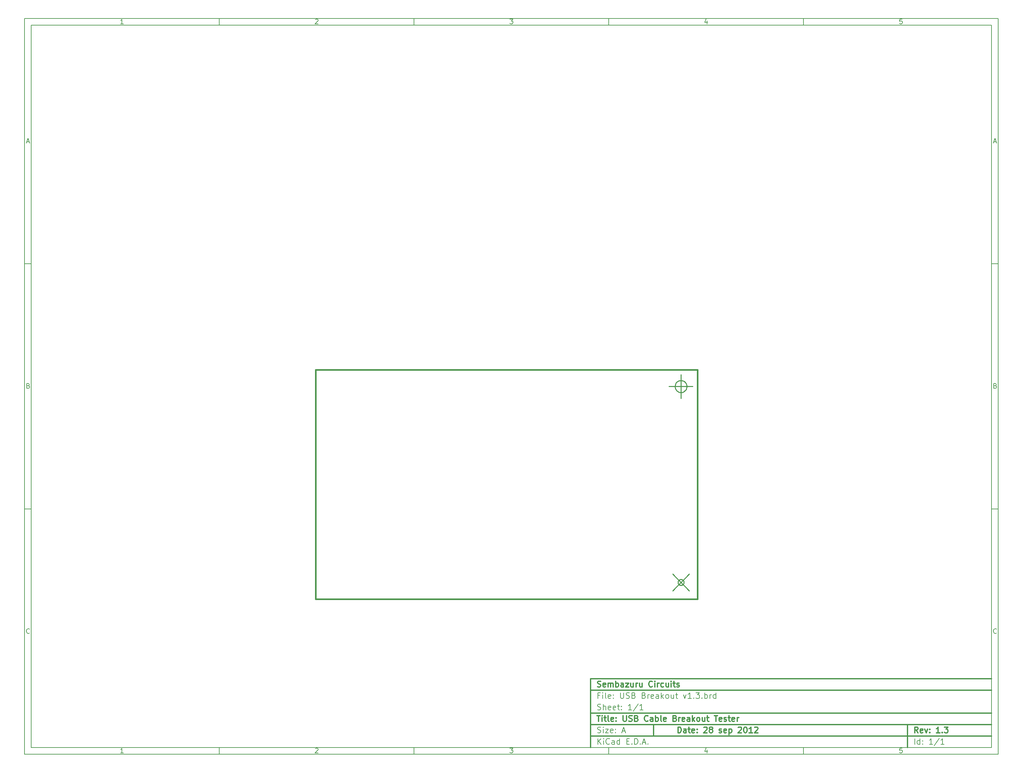
<source format=gbr>
G04 (created by PCBNEW-RS274X (2012-01-19 BZR 3256)-stable) date 28/09/2012 17:59:23*
G01*
G70*
G90*
%MOIN*%
G04 Gerber Fmt 3.4, Leading zero omitted, Abs format*
%FSLAX34Y34*%
G04 APERTURE LIST*
%ADD10C,0.006000*%
%ADD11C,0.012000*%
%ADD12C,0.010000*%
%ADD13C,0.015000*%
G04 APERTURE END LIST*
G54D10*
X-30500Y36750D02*
X71500Y36750D01*
X71500Y-40250D01*
X-30500Y-40250D01*
X-30500Y36750D01*
X-29800Y36050D02*
X70800Y36050D01*
X70800Y-39550D01*
X-29800Y-39550D01*
X-29800Y36050D01*
X-10100Y36750D02*
X-10100Y36050D01*
X-20157Y36198D02*
X-20443Y36198D01*
X-20300Y36198D02*
X-20300Y36698D01*
X-20348Y36626D01*
X-20395Y36579D01*
X-20443Y36555D01*
X-10100Y-40250D02*
X-10100Y-39550D01*
X-20157Y-40102D02*
X-20443Y-40102D01*
X-20300Y-40102D02*
X-20300Y-39602D01*
X-20348Y-39674D01*
X-20395Y-39721D01*
X-20443Y-39745D01*
X10300Y36750D02*
X10300Y36050D01*
X-00043Y36650D02*
X-00019Y36674D01*
X00029Y36698D01*
X00148Y36698D01*
X00195Y36674D01*
X00219Y36650D01*
X00243Y36602D01*
X00243Y36555D01*
X00219Y36483D01*
X-00067Y36198D01*
X00243Y36198D01*
X10300Y-40250D02*
X10300Y-39550D01*
X-00043Y-39650D02*
X-00019Y-39626D01*
X00029Y-39602D01*
X00148Y-39602D01*
X00195Y-39626D01*
X00219Y-39650D01*
X00243Y-39698D01*
X00243Y-39745D01*
X00219Y-39817D01*
X-00067Y-40102D01*
X00243Y-40102D01*
X30700Y36750D02*
X30700Y36050D01*
X20333Y36698D02*
X20643Y36698D01*
X20476Y36507D01*
X20548Y36507D01*
X20595Y36483D01*
X20619Y36460D01*
X20643Y36412D01*
X20643Y36293D01*
X20619Y36245D01*
X20595Y36221D01*
X20548Y36198D01*
X20405Y36198D01*
X20357Y36221D01*
X20333Y36245D01*
X30700Y-40250D02*
X30700Y-39550D01*
X20333Y-39602D02*
X20643Y-39602D01*
X20476Y-39793D01*
X20548Y-39793D01*
X20595Y-39817D01*
X20619Y-39840D01*
X20643Y-39888D01*
X20643Y-40007D01*
X20619Y-40055D01*
X20595Y-40079D01*
X20548Y-40102D01*
X20405Y-40102D01*
X20357Y-40079D01*
X20333Y-40055D01*
X51100Y36750D02*
X51100Y36050D01*
X40995Y36531D02*
X40995Y36198D01*
X40876Y36721D02*
X40757Y36364D01*
X41067Y36364D01*
X51100Y-40250D02*
X51100Y-39550D01*
X40995Y-39769D02*
X40995Y-40102D01*
X40876Y-39579D02*
X40757Y-39936D01*
X41067Y-39936D01*
X61419Y36698D02*
X61181Y36698D01*
X61157Y36460D01*
X61181Y36483D01*
X61229Y36507D01*
X61348Y36507D01*
X61395Y36483D01*
X61419Y36460D01*
X61443Y36412D01*
X61443Y36293D01*
X61419Y36245D01*
X61395Y36221D01*
X61348Y36198D01*
X61229Y36198D01*
X61181Y36221D01*
X61157Y36245D01*
X61419Y-39602D02*
X61181Y-39602D01*
X61157Y-39840D01*
X61181Y-39817D01*
X61229Y-39793D01*
X61348Y-39793D01*
X61395Y-39817D01*
X61419Y-39840D01*
X61443Y-39888D01*
X61443Y-40007D01*
X61419Y-40055D01*
X61395Y-40079D01*
X61348Y-40102D01*
X61229Y-40102D01*
X61181Y-40079D01*
X61157Y-40055D01*
X-30500Y11090D02*
X-29800Y11090D01*
X-30269Y23860D02*
X-30031Y23860D01*
X-30316Y23718D02*
X-30150Y24218D01*
X-29983Y23718D01*
X71500Y11090D02*
X70800Y11090D01*
X71031Y23860D02*
X71269Y23860D01*
X70984Y23718D02*
X71150Y24218D01*
X71317Y23718D01*
X-30500Y-14570D02*
X-29800Y-14570D01*
X-30114Y-01680D02*
X-30043Y-01704D01*
X-30019Y-01728D01*
X-29995Y-01776D01*
X-29995Y-01847D01*
X-30019Y-01895D01*
X-30043Y-01919D01*
X-30090Y-01942D01*
X-30281Y-01942D01*
X-30281Y-01442D01*
X-30114Y-01442D01*
X-30067Y-01466D01*
X-30043Y-01490D01*
X-30019Y-01538D01*
X-30019Y-01585D01*
X-30043Y-01633D01*
X-30067Y-01657D01*
X-30114Y-01680D01*
X-30281Y-01680D01*
X71500Y-14570D02*
X70800Y-14570D01*
X71186Y-01680D02*
X71257Y-01704D01*
X71281Y-01728D01*
X71305Y-01776D01*
X71305Y-01847D01*
X71281Y-01895D01*
X71257Y-01919D01*
X71210Y-01942D01*
X71019Y-01942D01*
X71019Y-01442D01*
X71186Y-01442D01*
X71233Y-01466D01*
X71257Y-01490D01*
X71281Y-01538D01*
X71281Y-01585D01*
X71257Y-01633D01*
X71233Y-01657D01*
X71186Y-01680D01*
X71019Y-01680D01*
X-29995Y-27555D02*
X-30019Y-27579D01*
X-30090Y-27602D01*
X-30138Y-27602D01*
X-30210Y-27579D01*
X-30257Y-27531D01*
X-30281Y-27483D01*
X-30305Y-27388D01*
X-30305Y-27317D01*
X-30281Y-27221D01*
X-30257Y-27174D01*
X-30210Y-27126D01*
X-30138Y-27102D01*
X-30090Y-27102D01*
X-30019Y-27126D01*
X-29995Y-27150D01*
X71305Y-27555D02*
X71281Y-27579D01*
X71210Y-27602D01*
X71162Y-27602D01*
X71090Y-27579D01*
X71043Y-27531D01*
X71019Y-27483D01*
X70995Y-27388D01*
X70995Y-27317D01*
X71019Y-27221D01*
X71043Y-27174D01*
X71090Y-27126D01*
X71162Y-27102D01*
X71210Y-27102D01*
X71281Y-27126D01*
X71305Y-27150D01*
G54D11*
X37943Y-37993D02*
X37943Y-37393D01*
X38086Y-37393D01*
X38171Y-37421D01*
X38229Y-37479D01*
X38257Y-37536D01*
X38286Y-37650D01*
X38286Y-37736D01*
X38257Y-37850D01*
X38229Y-37907D01*
X38171Y-37964D01*
X38086Y-37993D01*
X37943Y-37993D01*
X38800Y-37993D02*
X38800Y-37679D01*
X38771Y-37621D01*
X38714Y-37593D01*
X38600Y-37593D01*
X38543Y-37621D01*
X38800Y-37964D02*
X38743Y-37993D01*
X38600Y-37993D01*
X38543Y-37964D01*
X38514Y-37907D01*
X38514Y-37850D01*
X38543Y-37793D01*
X38600Y-37764D01*
X38743Y-37764D01*
X38800Y-37736D01*
X39000Y-37593D02*
X39229Y-37593D01*
X39086Y-37393D02*
X39086Y-37907D01*
X39114Y-37964D01*
X39172Y-37993D01*
X39229Y-37993D01*
X39657Y-37964D02*
X39600Y-37993D01*
X39486Y-37993D01*
X39429Y-37964D01*
X39400Y-37907D01*
X39400Y-37679D01*
X39429Y-37621D01*
X39486Y-37593D01*
X39600Y-37593D01*
X39657Y-37621D01*
X39686Y-37679D01*
X39686Y-37736D01*
X39400Y-37793D01*
X39943Y-37936D02*
X39971Y-37964D01*
X39943Y-37993D01*
X39914Y-37964D01*
X39943Y-37936D01*
X39943Y-37993D01*
X39943Y-37621D02*
X39971Y-37650D01*
X39943Y-37679D01*
X39914Y-37650D01*
X39943Y-37621D01*
X39943Y-37679D01*
X40657Y-37450D02*
X40686Y-37421D01*
X40743Y-37393D01*
X40886Y-37393D01*
X40943Y-37421D01*
X40972Y-37450D01*
X41000Y-37507D01*
X41000Y-37564D01*
X40972Y-37650D01*
X40629Y-37993D01*
X41000Y-37993D01*
X41343Y-37650D02*
X41285Y-37621D01*
X41257Y-37593D01*
X41228Y-37536D01*
X41228Y-37507D01*
X41257Y-37450D01*
X41285Y-37421D01*
X41343Y-37393D01*
X41457Y-37393D01*
X41514Y-37421D01*
X41543Y-37450D01*
X41571Y-37507D01*
X41571Y-37536D01*
X41543Y-37593D01*
X41514Y-37621D01*
X41457Y-37650D01*
X41343Y-37650D01*
X41285Y-37679D01*
X41257Y-37707D01*
X41228Y-37764D01*
X41228Y-37879D01*
X41257Y-37936D01*
X41285Y-37964D01*
X41343Y-37993D01*
X41457Y-37993D01*
X41514Y-37964D01*
X41543Y-37936D01*
X41571Y-37879D01*
X41571Y-37764D01*
X41543Y-37707D01*
X41514Y-37679D01*
X41457Y-37650D01*
X42256Y-37964D02*
X42313Y-37993D01*
X42428Y-37993D01*
X42485Y-37964D01*
X42513Y-37907D01*
X42513Y-37879D01*
X42485Y-37821D01*
X42428Y-37793D01*
X42342Y-37793D01*
X42285Y-37764D01*
X42256Y-37707D01*
X42256Y-37679D01*
X42285Y-37621D01*
X42342Y-37593D01*
X42428Y-37593D01*
X42485Y-37621D01*
X42999Y-37964D02*
X42942Y-37993D01*
X42828Y-37993D01*
X42771Y-37964D01*
X42742Y-37907D01*
X42742Y-37679D01*
X42771Y-37621D01*
X42828Y-37593D01*
X42942Y-37593D01*
X42999Y-37621D01*
X43028Y-37679D01*
X43028Y-37736D01*
X42742Y-37793D01*
X43285Y-37593D02*
X43285Y-38193D01*
X43285Y-37621D02*
X43342Y-37593D01*
X43456Y-37593D01*
X43513Y-37621D01*
X43542Y-37650D01*
X43571Y-37707D01*
X43571Y-37879D01*
X43542Y-37936D01*
X43513Y-37964D01*
X43456Y-37993D01*
X43342Y-37993D01*
X43285Y-37964D01*
X44256Y-37450D02*
X44285Y-37421D01*
X44342Y-37393D01*
X44485Y-37393D01*
X44542Y-37421D01*
X44571Y-37450D01*
X44599Y-37507D01*
X44599Y-37564D01*
X44571Y-37650D01*
X44228Y-37993D01*
X44599Y-37993D01*
X44970Y-37393D02*
X45027Y-37393D01*
X45084Y-37421D01*
X45113Y-37450D01*
X45142Y-37507D01*
X45170Y-37621D01*
X45170Y-37764D01*
X45142Y-37879D01*
X45113Y-37936D01*
X45084Y-37964D01*
X45027Y-37993D01*
X44970Y-37993D01*
X44913Y-37964D01*
X44884Y-37936D01*
X44856Y-37879D01*
X44827Y-37764D01*
X44827Y-37621D01*
X44856Y-37507D01*
X44884Y-37450D01*
X44913Y-37421D01*
X44970Y-37393D01*
X45741Y-37993D02*
X45398Y-37993D01*
X45570Y-37993D02*
X45570Y-37393D01*
X45513Y-37479D01*
X45455Y-37536D01*
X45398Y-37564D01*
X45969Y-37450D02*
X45998Y-37421D01*
X46055Y-37393D01*
X46198Y-37393D01*
X46255Y-37421D01*
X46284Y-37450D01*
X46312Y-37507D01*
X46312Y-37564D01*
X46284Y-37650D01*
X45941Y-37993D01*
X46312Y-37993D01*
G54D10*
X29543Y-39193D02*
X29543Y-38593D01*
X29886Y-39193D02*
X29629Y-38850D01*
X29886Y-38593D02*
X29543Y-38936D01*
X30143Y-39193D02*
X30143Y-38793D01*
X30143Y-38593D02*
X30114Y-38621D01*
X30143Y-38650D01*
X30171Y-38621D01*
X30143Y-38593D01*
X30143Y-38650D01*
X30772Y-39136D02*
X30743Y-39164D01*
X30657Y-39193D01*
X30600Y-39193D01*
X30515Y-39164D01*
X30457Y-39107D01*
X30429Y-39050D01*
X30400Y-38936D01*
X30400Y-38850D01*
X30429Y-38736D01*
X30457Y-38679D01*
X30515Y-38621D01*
X30600Y-38593D01*
X30657Y-38593D01*
X30743Y-38621D01*
X30772Y-38650D01*
X31286Y-39193D02*
X31286Y-38879D01*
X31257Y-38821D01*
X31200Y-38793D01*
X31086Y-38793D01*
X31029Y-38821D01*
X31286Y-39164D02*
X31229Y-39193D01*
X31086Y-39193D01*
X31029Y-39164D01*
X31000Y-39107D01*
X31000Y-39050D01*
X31029Y-38993D01*
X31086Y-38964D01*
X31229Y-38964D01*
X31286Y-38936D01*
X31829Y-39193D02*
X31829Y-38593D01*
X31829Y-39164D02*
X31772Y-39193D01*
X31658Y-39193D01*
X31600Y-39164D01*
X31572Y-39136D01*
X31543Y-39079D01*
X31543Y-38907D01*
X31572Y-38850D01*
X31600Y-38821D01*
X31658Y-38793D01*
X31772Y-38793D01*
X31829Y-38821D01*
X32572Y-38879D02*
X32772Y-38879D01*
X32858Y-39193D02*
X32572Y-39193D01*
X32572Y-38593D01*
X32858Y-38593D01*
X33115Y-39136D02*
X33143Y-39164D01*
X33115Y-39193D01*
X33086Y-39164D01*
X33115Y-39136D01*
X33115Y-39193D01*
X33401Y-39193D02*
X33401Y-38593D01*
X33544Y-38593D01*
X33629Y-38621D01*
X33687Y-38679D01*
X33715Y-38736D01*
X33744Y-38850D01*
X33744Y-38936D01*
X33715Y-39050D01*
X33687Y-39107D01*
X33629Y-39164D01*
X33544Y-39193D01*
X33401Y-39193D01*
X34001Y-39136D02*
X34029Y-39164D01*
X34001Y-39193D01*
X33972Y-39164D01*
X34001Y-39136D01*
X34001Y-39193D01*
X34258Y-39021D02*
X34544Y-39021D01*
X34201Y-39193D02*
X34401Y-38593D01*
X34601Y-39193D01*
X34801Y-39136D02*
X34829Y-39164D01*
X34801Y-39193D01*
X34772Y-39164D01*
X34801Y-39136D01*
X34801Y-39193D01*
G54D11*
X63086Y-37993D02*
X62886Y-37707D01*
X62743Y-37993D02*
X62743Y-37393D01*
X62971Y-37393D01*
X63029Y-37421D01*
X63057Y-37450D01*
X63086Y-37507D01*
X63086Y-37593D01*
X63057Y-37650D01*
X63029Y-37679D01*
X62971Y-37707D01*
X62743Y-37707D01*
X63571Y-37964D02*
X63514Y-37993D01*
X63400Y-37993D01*
X63343Y-37964D01*
X63314Y-37907D01*
X63314Y-37679D01*
X63343Y-37621D01*
X63400Y-37593D01*
X63514Y-37593D01*
X63571Y-37621D01*
X63600Y-37679D01*
X63600Y-37736D01*
X63314Y-37793D01*
X63800Y-37593D02*
X63943Y-37993D01*
X64085Y-37593D01*
X64314Y-37936D02*
X64342Y-37964D01*
X64314Y-37993D01*
X64285Y-37964D01*
X64314Y-37936D01*
X64314Y-37993D01*
X64314Y-37621D02*
X64342Y-37650D01*
X64314Y-37679D01*
X64285Y-37650D01*
X64314Y-37621D01*
X64314Y-37679D01*
X65371Y-37993D02*
X65028Y-37993D01*
X65200Y-37993D02*
X65200Y-37393D01*
X65143Y-37479D01*
X65085Y-37536D01*
X65028Y-37564D01*
X65628Y-37936D02*
X65656Y-37964D01*
X65628Y-37993D01*
X65599Y-37964D01*
X65628Y-37936D01*
X65628Y-37993D01*
X65857Y-37393D02*
X66228Y-37393D01*
X66028Y-37621D01*
X66114Y-37621D01*
X66171Y-37650D01*
X66200Y-37679D01*
X66228Y-37736D01*
X66228Y-37879D01*
X66200Y-37936D01*
X66171Y-37964D01*
X66114Y-37993D01*
X65942Y-37993D01*
X65885Y-37964D01*
X65857Y-37936D01*
G54D10*
X29514Y-37964D02*
X29600Y-37993D01*
X29743Y-37993D01*
X29800Y-37964D01*
X29829Y-37936D01*
X29857Y-37879D01*
X29857Y-37821D01*
X29829Y-37764D01*
X29800Y-37736D01*
X29743Y-37707D01*
X29629Y-37679D01*
X29571Y-37650D01*
X29543Y-37621D01*
X29514Y-37564D01*
X29514Y-37507D01*
X29543Y-37450D01*
X29571Y-37421D01*
X29629Y-37393D01*
X29771Y-37393D01*
X29857Y-37421D01*
X30114Y-37993D02*
X30114Y-37593D01*
X30114Y-37393D02*
X30085Y-37421D01*
X30114Y-37450D01*
X30142Y-37421D01*
X30114Y-37393D01*
X30114Y-37450D01*
X30343Y-37593D02*
X30657Y-37593D01*
X30343Y-37993D01*
X30657Y-37993D01*
X31114Y-37964D02*
X31057Y-37993D01*
X30943Y-37993D01*
X30886Y-37964D01*
X30857Y-37907D01*
X30857Y-37679D01*
X30886Y-37621D01*
X30943Y-37593D01*
X31057Y-37593D01*
X31114Y-37621D01*
X31143Y-37679D01*
X31143Y-37736D01*
X30857Y-37793D01*
X31400Y-37936D02*
X31428Y-37964D01*
X31400Y-37993D01*
X31371Y-37964D01*
X31400Y-37936D01*
X31400Y-37993D01*
X31400Y-37621D02*
X31428Y-37650D01*
X31400Y-37679D01*
X31371Y-37650D01*
X31400Y-37621D01*
X31400Y-37679D01*
X32114Y-37821D02*
X32400Y-37821D01*
X32057Y-37993D02*
X32257Y-37393D01*
X32457Y-37993D01*
X62743Y-39193D02*
X62743Y-38593D01*
X63286Y-39193D02*
X63286Y-38593D01*
X63286Y-39164D02*
X63229Y-39193D01*
X63115Y-39193D01*
X63057Y-39164D01*
X63029Y-39136D01*
X63000Y-39079D01*
X63000Y-38907D01*
X63029Y-38850D01*
X63057Y-38821D01*
X63115Y-38793D01*
X63229Y-38793D01*
X63286Y-38821D01*
X63572Y-39136D02*
X63600Y-39164D01*
X63572Y-39193D01*
X63543Y-39164D01*
X63572Y-39136D01*
X63572Y-39193D01*
X63572Y-38821D02*
X63600Y-38850D01*
X63572Y-38879D01*
X63543Y-38850D01*
X63572Y-38821D01*
X63572Y-38879D01*
X64629Y-39193D02*
X64286Y-39193D01*
X64458Y-39193D02*
X64458Y-38593D01*
X64401Y-38679D01*
X64343Y-38736D01*
X64286Y-38764D01*
X65314Y-38564D02*
X64800Y-39336D01*
X65829Y-39193D02*
X65486Y-39193D01*
X65658Y-39193D02*
X65658Y-38593D01*
X65601Y-38679D01*
X65543Y-38736D01*
X65486Y-38764D01*
G54D11*
X29457Y-36193D02*
X29800Y-36193D01*
X29629Y-36793D02*
X29629Y-36193D01*
X30000Y-36793D02*
X30000Y-36393D01*
X30000Y-36193D02*
X29971Y-36221D01*
X30000Y-36250D01*
X30028Y-36221D01*
X30000Y-36193D01*
X30000Y-36250D01*
X30200Y-36393D02*
X30429Y-36393D01*
X30286Y-36193D02*
X30286Y-36707D01*
X30314Y-36764D01*
X30372Y-36793D01*
X30429Y-36793D01*
X30715Y-36793D02*
X30657Y-36764D01*
X30629Y-36707D01*
X30629Y-36193D01*
X31171Y-36764D02*
X31114Y-36793D01*
X31000Y-36793D01*
X30943Y-36764D01*
X30914Y-36707D01*
X30914Y-36479D01*
X30943Y-36421D01*
X31000Y-36393D01*
X31114Y-36393D01*
X31171Y-36421D01*
X31200Y-36479D01*
X31200Y-36536D01*
X30914Y-36593D01*
X31457Y-36736D02*
X31485Y-36764D01*
X31457Y-36793D01*
X31428Y-36764D01*
X31457Y-36736D01*
X31457Y-36793D01*
X31457Y-36421D02*
X31485Y-36450D01*
X31457Y-36479D01*
X31428Y-36450D01*
X31457Y-36421D01*
X31457Y-36479D01*
X32200Y-36193D02*
X32200Y-36679D01*
X32228Y-36736D01*
X32257Y-36764D01*
X32314Y-36793D01*
X32428Y-36793D01*
X32486Y-36764D01*
X32514Y-36736D01*
X32543Y-36679D01*
X32543Y-36193D01*
X32800Y-36764D02*
X32886Y-36793D01*
X33029Y-36793D01*
X33086Y-36764D01*
X33115Y-36736D01*
X33143Y-36679D01*
X33143Y-36621D01*
X33115Y-36564D01*
X33086Y-36536D01*
X33029Y-36507D01*
X32915Y-36479D01*
X32857Y-36450D01*
X32829Y-36421D01*
X32800Y-36364D01*
X32800Y-36307D01*
X32829Y-36250D01*
X32857Y-36221D01*
X32915Y-36193D01*
X33057Y-36193D01*
X33143Y-36221D01*
X33600Y-36479D02*
X33686Y-36507D01*
X33714Y-36536D01*
X33743Y-36593D01*
X33743Y-36679D01*
X33714Y-36736D01*
X33686Y-36764D01*
X33628Y-36793D01*
X33400Y-36793D01*
X33400Y-36193D01*
X33600Y-36193D01*
X33657Y-36221D01*
X33686Y-36250D01*
X33714Y-36307D01*
X33714Y-36364D01*
X33686Y-36421D01*
X33657Y-36450D01*
X33600Y-36479D01*
X33400Y-36479D01*
X34800Y-36736D02*
X34771Y-36764D01*
X34685Y-36793D01*
X34628Y-36793D01*
X34543Y-36764D01*
X34485Y-36707D01*
X34457Y-36650D01*
X34428Y-36536D01*
X34428Y-36450D01*
X34457Y-36336D01*
X34485Y-36279D01*
X34543Y-36221D01*
X34628Y-36193D01*
X34685Y-36193D01*
X34771Y-36221D01*
X34800Y-36250D01*
X35314Y-36793D02*
X35314Y-36479D01*
X35285Y-36421D01*
X35228Y-36393D01*
X35114Y-36393D01*
X35057Y-36421D01*
X35314Y-36764D02*
X35257Y-36793D01*
X35114Y-36793D01*
X35057Y-36764D01*
X35028Y-36707D01*
X35028Y-36650D01*
X35057Y-36593D01*
X35114Y-36564D01*
X35257Y-36564D01*
X35314Y-36536D01*
X35600Y-36793D02*
X35600Y-36193D01*
X35600Y-36421D02*
X35657Y-36393D01*
X35771Y-36393D01*
X35828Y-36421D01*
X35857Y-36450D01*
X35886Y-36507D01*
X35886Y-36679D01*
X35857Y-36736D01*
X35828Y-36764D01*
X35771Y-36793D01*
X35657Y-36793D01*
X35600Y-36764D01*
X36229Y-36793D02*
X36171Y-36764D01*
X36143Y-36707D01*
X36143Y-36193D01*
X36685Y-36764D02*
X36628Y-36793D01*
X36514Y-36793D01*
X36457Y-36764D01*
X36428Y-36707D01*
X36428Y-36479D01*
X36457Y-36421D01*
X36514Y-36393D01*
X36628Y-36393D01*
X36685Y-36421D01*
X36714Y-36479D01*
X36714Y-36536D01*
X36428Y-36593D01*
X37628Y-36479D02*
X37714Y-36507D01*
X37742Y-36536D01*
X37771Y-36593D01*
X37771Y-36679D01*
X37742Y-36736D01*
X37714Y-36764D01*
X37656Y-36793D01*
X37428Y-36793D01*
X37428Y-36193D01*
X37628Y-36193D01*
X37685Y-36221D01*
X37714Y-36250D01*
X37742Y-36307D01*
X37742Y-36364D01*
X37714Y-36421D01*
X37685Y-36450D01*
X37628Y-36479D01*
X37428Y-36479D01*
X38028Y-36793D02*
X38028Y-36393D01*
X38028Y-36507D02*
X38056Y-36450D01*
X38085Y-36421D01*
X38142Y-36393D01*
X38199Y-36393D01*
X38627Y-36764D02*
X38570Y-36793D01*
X38456Y-36793D01*
X38399Y-36764D01*
X38370Y-36707D01*
X38370Y-36479D01*
X38399Y-36421D01*
X38456Y-36393D01*
X38570Y-36393D01*
X38627Y-36421D01*
X38656Y-36479D01*
X38656Y-36536D01*
X38370Y-36593D01*
X39170Y-36793D02*
X39170Y-36479D01*
X39141Y-36421D01*
X39084Y-36393D01*
X38970Y-36393D01*
X38913Y-36421D01*
X39170Y-36764D02*
X39113Y-36793D01*
X38970Y-36793D01*
X38913Y-36764D01*
X38884Y-36707D01*
X38884Y-36650D01*
X38913Y-36593D01*
X38970Y-36564D01*
X39113Y-36564D01*
X39170Y-36536D01*
X39456Y-36793D02*
X39456Y-36193D01*
X39513Y-36564D02*
X39684Y-36793D01*
X39684Y-36393D02*
X39456Y-36621D01*
X40028Y-36793D02*
X39970Y-36764D01*
X39942Y-36736D01*
X39913Y-36679D01*
X39913Y-36507D01*
X39942Y-36450D01*
X39970Y-36421D01*
X40028Y-36393D01*
X40113Y-36393D01*
X40170Y-36421D01*
X40199Y-36450D01*
X40228Y-36507D01*
X40228Y-36679D01*
X40199Y-36736D01*
X40170Y-36764D01*
X40113Y-36793D01*
X40028Y-36793D01*
X40742Y-36393D02*
X40742Y-36793D01*
X40485Y-36393D02*
X40485Y-36707D01*
X40513Y-36764D01*
X40571Y-36793D01*
X40656Y-36793D01*
X40713Y-36764D01*
X40742Y-36736D01*
X40942Y-36393D02*
X41171Y-36393D01*
X41028Y-36193D02*
X41028Y-36707D01*
X41056Y-36764D01*
X41114Y-36793D01*
X41171Y-36793D01*
X41742Y-36193D02*
X42085Y-36193D01*
X41914Y-36793D02*
X41914Y-36193D01*
X42513Y-36764D02*
X42456Y-36793D01*
X42342Y-36793D01*
X42285Y-36764D01*
X42256Y-36707D01*
X42256Y-36479D01*
X42285Y-36421D01*
X42342Y-36393D01*
X42456Y-36393D01*
X42513Y-36421D01*
X42542Y-36479D01*
X42542Y-36536D01*
X42256Y-36593D01*
X42770Y-36764D02*
X42827Y-36793D01*
X42942Y-36793D01*
X42999Y-36764D01*
X43027Y-36707D01*
X43027Y-36679D01*
X42999Y-36621D01*
X42942Y-36593D01*
X42856Y-36593D01*
X42799Y-36564D01*
X42770Y-36507D01*
X42770Y-36479D01*
X42799Y-36421D01*
X42856Y-36393D01*
X42942Y-36393D01*
X42999Y-36421D01*
X43199Y-36393D02*
X43428Y-36393D01*
X43285Y-36193D02*
X43285Y-36707D01*
X43313Y-36764D01*
X43371Y-36793D01*
X43428Y-36793D01*
X43856Y-36764D02*
X43799Y-36793D01*
X43685Y-36793D01*
X43628Y-36764D01*
X43599Y-36707D01*
X43599Y-36479D01*
X43628Y-36421D01*
X43685Y-36393D01*
X43799Y-36393D01*
X43856Y-36421D01*
X43885Y-36479D01*
X43885Y-36536D01*
X43599Y-36593D01*
X44142Y-36793D02*
X44142Y-36393D01*
X44142Y-36507D02*
X44170Y-36450D01*
X44199Y-36421D01*
X44256Y-36393D01*
X44313Y-36393D01*
G54D10*
X29743Y-34079D02*
X29543Y-34079D01*
X29543Y-34393D02*
X29543Y-33793D01*
X29829Y-33793D01*
X30057Y-34393D02*
X30057Y-33993D01*
X30057Y-33793D02*
X30028Y-33821D01*
X30057Y-33850D01*
X30085Y-33821D01*
X30057Y-33793D01*
X30057Y-33850D01*
X30429Y-34393D02*
X30371Y-34364D01*
X30343Y-34307D01*
X30343Y-33793D01*
X30885Y-34364D02*
X30828Y-34393D01*
X30714Y-34393D01*
X30657Y-34364D01*
X30628Y-34307D01*
X30628Y-34079D01*
X30657Y-34021D01*
X30714Y-33993D01*
X30828Y-33993D01*
X30885Y-34021D01*
X30914Y-34079D01*
X30914Y-34136D01*
X30628Y-34193D01*
X31171Y-34336D02*
X31199Y-34364D01*
X31171Y-34393D01*
X31142Y-34364D01*
X31171Y-34336D01*
X31171Y-34393D01*
X31171Y-34021D02*
X31199Y-34050D01*
X31171Y-34079D01*
X31142Y-34050D01*
X31171Y-34021D01*
X31171Y-34079D01*
X31914Y-33793D02*
X31914Y-34279D01*
X31942Y-34336D01*
X31971Y-34364D01*
X32028Y-34393D01*
X32142Y-34393D01*
X32200Y-34364D01*
X32228Y-34336D01*
X32257Y-34279D01*
X32257Y-33793D01*
X32514Y-34364D02*
X32600Y-34393D01*
X32743Y-34393D01*
X32800Y-34364D01*
X32829Y-34336D01*
X32857Y-34279D01*
X32857Y-34221D01*
X32829Y-34164D01*
X32800Y-34136D01*
X32743Y-34107D01*
X32629Y-34079D01*
X32571Y-34050D01*
X32543Y-34021D01*
X32514Y-33964D01*
X32514Y-33907D01*
X32543Y-33850D01*
X32571Y-33821D01*
X32629Y-33793D01*
X32771Y-33793D01*
X32857Y-33821D01*
X33314Y-34079D02*
X33400Y-34107D01*
X33428Y-34136D01*
X33457Y-34193D01*
X33457Y-34279D01*
X33428Y-34336D01*
X33400Y-34364D01*
X33342Y-34393D01*
X33114Y-34393D01*
X33114Y-33793D01*
X33314Y-33793D01*
X33371Y-33821D01*
X33400Y-33850D01*
X33428Y-33907D01*
X33428Y-33964D01*
X33400Y-34021D01*
X33371Y-34050D01*
X33314Y-34079D01*
X33114Y-34079D01*
X34371Y-34079D02*
X34457Y-34107D01*
X34485Y-34136D01*
X34514Y-34193D01*
X34514Y-34279D01*
X34485Y-34336D01*
X34457Y-34364D01*
X34399Y-34393D01*
X34171Y-34393D01*
X34171Y-33793D01*
X34371Y-33793D01*
X34428Y-33821D01*
X34457Y-33850D01*
X34485Y-33907D01*
X34485Y-33964D01*
X34457Y-34021D01*
X34428Y-34050D01*
X34371Y-34079D01*
X34171Y-34079D01*
X34771Y-34393D02*
X34771Y-33993D01*
X34771Y-34107D02*
X34799Y-34050D01*
X34828Y-34021D01*
X34885Y-33993D01*
X34942Y-33993D01*
X35370Y-34364D02*
X35313Y-34393D01*
X35199Y-34393D01*
X35142Y-34364D01*
X35113Y-34307D01*
X35113Y-34079D01*
X35142Y-34021D01*
X35199Y-33993D01*
X35313Y-33993D01*
X35370Y-34021D01*
X35399Y-34079D01*
X35399Y-34136D01*
X35113Y-34193D01*
X35913Y-34393D02*
X35913Y-34079D01*
X35884Y-34021D01*
X35827Y-33993D01*
X35713Y-33993D01*
X35656Y-34021D01*
X35913Y-34364D02*
X35856Y-34393D01*
X35713Y-34393D01*
X35656Y-34364D01*
X35627Y-34307D01*
X35627Y-34250D01*
X35656Y-34193D01*
X35713Y-34164D01*
X35856Y-34164D01*
X35913Y-34136D01*
X36199Y-34393D02*
X36199Y-33793D01*
X36256Y-34164D02*
X36427Y-34393D01*
X36427Y-33993D02*
X36199Y-34221D01*
X36771Y-34393D02*
X36713Y-34364D01*
X36685Y-34336D01*
X36656Y-34279D01*
X36656Y-34107D01*
X36685Y-34050D01*
X36713Y-34021D01*
X36771Y-33993D01*
X36856Y-33993D01*
X36913Y-34021D01*
X36942Y-34050D01*
X36971Y-34107D01*
X36971Y-34279D01*
X36942Y-34336D01*
X36913Y-34364D01*
X36856Y-34393D01*
X36771Y-34393D01*
X37485Y-33993D02*
X37485Y-34393D01*
X37228Y-33993D02*
X37228Y-34307D01*
X37256Y-34364D01*
X37314Y-34393D01*
X37399Y-34393D01*
X37456Y-34364D01*
X37485Y-34336D01*
X37685Y-33993D02*
X37914Y-33993D01*
X37771Y-33793D02*
X37771Y-34307D01*
X37799Y-34364D01*
X37857Y-34393D01*
X37914Y-34393D01*
X38514Y-33993D02*
X38657Y-34393D01*
X38799Y-33993D01*
X39342Y-34393D02*
X38999Y-34393D01*
X39171Y-34393D02*
X39171Y-33793D01*
X39114Y-33879D01*
X39056Y-33936D01*
X38999Y-33964D01*
X39599Y-34336D02*
X39627Y-34364D01*
X39599Y-34393D01*
X39570Y-34364D01*
X39599Y-34336D01*
X39599Y-34393D01*
X39828Y-33793D02*
X40199Y-33793D01*
X39999Y-34021D01*
X40085Y-34021D01*
X40142Y-34050D01*
X40171Y-34079D01*
X40199Y-34136D01*
X40199Y-34279D01*
X40171Y-34336D01*
X40142Y-34364D01*
X40085Y-34393D01*
X39913Y-34393D01*
X39856Y-34364D01*
X39828Y-34336D01*
X40456Y-34336D02*
X40484Y-34364D01*
X40456Y-34393D01*
X40427Y-34364D01*
X40456Y-34336D01*
X40456Y-34393D01*
X40742Y-34393D02*
X40742Y-33793D01*
X40742Y-34021D02*
X40799Y-33993D01*
X40913Y-33993D01*
X40970Y-34021D01*
X40999Y-34050D01*
X41028Y-34107D01*
X41028Y-34279D01*
X40999Y-34336D01*
X40970Y-34364D01*
X40913Y-34393D01*
X40799Y-34393D01*
X40742Y-34364D01*
X41285Y-34393D02*
X41285Y-33993D01*
X41285Y-34107D02*
X41313Y-34050D01*
X41342Y-34021D01*
X41399Y-33993D01*
X41456Y-33993D01*
X41913Y-34393D02*
X41913Y-33793D01*
X41913Y-34364D02*
X41856Y-34393D01*
X41742Y-34393D01*
X41684Y-34364D01*
X41656Y-34336D01*
X41627Y-34279D01*
X41627Y-34107D01*
X41656Y-34050D01*
X41684Y-34021D01*
X41742Y-33993D01*
X41856Y-33993D01*
X41913Y-34021D01*
X29514Y-35564D02*
X29600Y-35593D01*
X29743Y-35593D01*
X29800Y-35564D01*
X29829Y-35536D01*
X29857Y-35479D01*
X29857Y-35421D01*
X29829Y-35364D01*
X29800Y-35336D01*
X29743Y-35307D01*
X29629Y-35279D01*
X29571Y-35250D01*
X29543Y-35221D01*
X29514Y-35164D01*
X29514Y-35107D01*
X29543Y-35050D01*
X29571Y-35021D01*
X29629Y-34993D01*
X29771Y-34993D01*
X29857Y-35021D01*
X30114Y-35593D02*
X30114Y-34993D01*
X30371Y-35593D02*
X30371Y-35279D01*
X30342Y-35221D01*
X30285Y-35193D01*
X30200Y-35193D01*
X30142Y-35221D01*
X30114Y-35250D01*
X30885Y-35564D02*
X30828Y-35593D01*
X30714Y-35593D01*
X30657Y-35564D01*
X30628Y-35507D01*
X30628Y-35279D01*
X30657Y-35221D01*
X30714Y-35193D01*
X30828Y-35193D01*
X30885Y-35221D01*
X30914Y-35279D01*
X30914Y-35336D01*
X30628Y-35393D01*
X31399Y-35564D02*
X31342Y-35593D01*
X31228Y-35593D01*
X31171Y-35564D01*
X31142Y-35507D01*
X31142Y-35279D01*
X31171Y-35221D01*
X31228Y-35193D01*
X31342Y-35193D01*
X31399Y-35221D01*
X31428Y-35279D01*
X31428Y-35336D01*
X31142Y-35393D01*
X31599Y-35193D02*
X31828Y-35193D01*
X31685Y-34993D02*
X31685Y-35507D01*
X31713Y-35564D01*
X31771Y-35593D01*
X31828Y-35593D01*
X32028Y-35536D02*
X32056Y-35564D01*
X32028Y-35593D01*
X31999Y-35564D01*
X32028Y-35536D01*
X32028Y-35593D01*
X32028Y-35221D02*
X32056Y-35250D01*
X32028Y-35279D01*
X31999Y-35250D01*
X32028Y-35221D01*
X32028Y-35279D01*
X33085Y-35593D02*
X32742Y-35593D01*
X32914Y-35593D02*
X32914Y-34993D01*
X32857Y-35079D01*
X32799Y-35136D01*
X32742Y-35164D01*
X33770Y-34964D02*
X33256Y-35736D01*
X34285Y-35593D02*
X33942Y-35593D01*
X34114Y-35593D02*
X34114Y-34993D01*
X34057Y-35079D01*
X33999Y-35136D01*
X33942Y-35164D01*
G54D11*
X29514Y-33164D02*
X29600Y-33193D01*
X29743Y-33193D01*
X29800Y-33164D01*
X29829Y-33136D01*
X29857Y-33079D01*
X29857Y-33021D01*
X29829Y-32964D01*
X29800Y-32936D01*
X29743Y-32907D01*
X29629Y-32879D01*
X29571Y-32850D01*
X29543Y-32821D01*
X29514Y-32764D01*
X29514Y-32707D01*
X29543Y-32650D01*
X29571Y-32621D01*
X29629Y-32593D01*
X29771Y-32593D01*
X29857Y-32621D01*
X30342Y-33164D02*
X30285Y-33193D01*
X30171Y-33193D01*
X30114Y-33164D01*
X30085Y-33107D01*
X30085Y-32879D01*
X30114Y-32821D01*
X30171Y-32793D01*
X30285Y-32793D01*
X30342Y-32821D01*
X30371Y-32879D01*
X30371Y-32936D01*
X30085Y-32993D01*
X30628Y-33193D02*
X30628Y-32793D01*
X30628Y-32850D02*
X30656Y-32821D01*
X30714Y-32793D01*
X30799Y-32793D01*
X30856Y-32821D01*
X30885Y-32879D01*
X30885Y-33193D01*
X30885Y-32879D02*
X30914Y-32821D01*
X30971Y-32793D01*
X31056Y-32793D01*
X31114Y-32821D01*
X31142Y-32879D01*
X31142Y-33193D01*
X31428Y-33193D02*
X31428Y-32593D01*
X31428Y-32821D02*
X31485Y-32793D01*
X31599Y-32793D01*
X31656Y-32821D01*
X31685Y-32850D01*
X31714Y-32907D01*
X31714Y-33079D01*
X31685Y-33136D01*
X31656Y-33164D01*
X31599Y-33193D01*
X31485Y-33193D01*
X31428Y-33164D01*
X32228Y-33193D02*
X32228Y-32879D01*
X32199Y-32821D01*
X32142Y-32793D01*
X32028Y-32793D01*
X31971Y-32821D01*
X32228Y-33164D02*
X32171Y-33193D01*
X32028Y-33193D01*
X31971Y-33164D01*
X31942Y-33107D01*
X31942Y-33050D01*
X31971Y-32993D01*
X32028Y-32964D01*
X32171Y-32964D01*
X32228Y-32936D01*
X32457Y-32793D02*
X32771Y-32793D01*
X32457Y-33193D01*
X32771Y-33193D01*
X33257Y-32793D02*
X33257Y-33193D01*
X33000Y-32793D02*
X33000Y-33107D01*
X33028Y-33164D01*
X33086Y-33193D01*
X33171Y-33193D01*
X33228Y-33164D01*
X33257Y-33136D01*
X33543Y-33193D02*
X33543Y-32793D01*
X33543Y-32907D02*
X33571Y-32850D01*
X33600Y-32821D01*
X33657Y-32793D01*
X33714Y-32793D01*
X34171Y-32793D02*
X34171Y-33193D01*
X33914Y-32793D02*
X33914Y-33107D01*
X33942Y-33164D01*
X34000Y-33193D01*
X34085Y-33193D01*
X34142Y-33164D01*
X34171Y-33136D01*
X35257Y-33136D02*
X35228Y-33164D01*
X35142Y-33193D01*
X35085Y-33193D01*
X35000Y-33164D01*
X34942Y-33107D01*
X34914Y-33050D01*
X34885Y-32936D01*
X34885Y-32850D01*
X34914Y-32736D01*
X34942Y-32679D01*
X35000Y-32621D01*
X35085Y-32593D01*
X35142Y-32593D01*
X35228Y-32621D01*
X35257Y-32650D01*
X35514Y-33193D02*
X35514Y-32793D01*
X35514Y-32593D02*
X35485Y-32621D01*
X35514Y-32650D01*
X35542Y-32621D01*
X35514Y-32593D01*
X35514Y-32650D01*
X35800Y-33193D02*
X35800Y-32793D01*
X35800Y-32907D02*
X35828Y-32850D01*
X35857Y-32821D01*
X35914Y-32793D01*
X35971Y-32793D01*
X36428Y-33164D02*
X36371Y-33193D01*
X36257Y-33193D01*
X36199Y-33164D01*
X36171Y-33136D01*
X36142Y-33079D01*
X36142Y-32907D01*
X36171Y-32850D01*
X36199Y-32821D01*
X36257Y-32793D01*
X36371Y-32793D01*
X36428Y-32821D01*
X36942Y-32793D02*
X36942Y-33193D01*
X36685Y-32793D02*
X36685Y-33107D01*
X36713Y-33164D01*
X36771Y-33193D01*
X36856Y-33193D01*
X36913Y-33164D01*
X36942Y-33136D01*
X37228Y-33193D02*
X37228Y-32793D01*
X37228Y-32593D02*
X37199Y-32621D01*
X37228Y-32650D01*
X37256Y-32621D01*
X37228Y-32593D01*
X37228Y-32650D01*
X37428Y-32793D02*
X37657Y-32793D01*
X37514Y-32593D02*
X37514Y-33107D01*
X37542Y-33164D01*
X37600Y-33193D01*
X37657Y-33193D01*
X37828Y-33164D02*
X37885Y-33193D01*
X38000Y-33193D01*
X38057Y-33164D01*
X38085Y-33107D01*
X38085Y-33079D01*
X38057Y-33021D01*
X38000Y-32993D01*
X37914Y-32993D01*
X37857Y-32964D01*
X37828Y-32907D01*
X37828Y-32879D01*
X37857Y-32821D01*
X37914Y-32793D01*
X38000Y-32793D01*
X38057Y-32821D01*
X28800Y-32350D02*
X28800Y-39550D01*
X28800Y-33550D02*
X70800Y-33550D01*
X28800Y-32350D02*
X70800Y-32350D01*
X28800Y-35950D02*
X70800Y-35950D01*
X62000Y-37150D02*
X62000Y-39550D01*
X28800Y-38350D02*
X70800Y-38350D01*
X28800Y-37150D02*
X70800Y-37150D01*
X35400Y-37150D02*
X35400Y-38350D01*
G54D12*
X38562Y-22250D02*
X38556Y-22310D01*
X38538Y-22368D01*
X38509Y-22422D01*
X38471Y-22469D01*
X38424Y-22508D01*
X38370Y-22537D01*
X38312Y-22555D01*
X38252Y-22561D01*
X38192Y-22556D01*
X38134Y-22539D01*
X38080Y-22511D01*
X38032Y-22472D01*
X37993Y-22426D01*
X37964Y-22372D01*
X37945Y-22314D01*
X37939Y-22254D01*
X37944Y-22194D01*
X37960Y-22136D01*
X37988Y-22081D01*
X38026Y-22034D01*
X38072Y-21994D01*
X38126Y-21965D01*
X38184Y-21946D01*
X38244Y-21939D01*
X38304Y-21943D01*
X38362Y-21960D01*
X38417Y-21987D01*
X38465Y-22025D01*
X38504Y-22071D01*
X38535Y-22124D01*
X38554Y-22181D01*
X38561Y-22242D01*
X38562Y-22250D01*
X37375Y-21375D02*
X39125Y-23125D01*
X37375Y-23125D02*
X39125Y-21375D01*
X38875Y-01750D02*
X38863Y-01871D01*
X38827Y-01988D01*
X38770Y-02095D01*
X38693Y-02190D01*
X38599Y-02268D01*
X38492Y-02326D01*
X38375Y-02362D01*
X38254Y-02374D01*
X38133Y-02363D01*
X38016Y-02329D01*
X37908Y-02272D01*
X37813Y-02196D01*
X37735Y-02103D01*
X37676Y-01996D01*
X37639Y-01879D01*
X37626Y-01758D01*
X37636Y-01638D01*
X37669Y-01520D01*
X37725Y-01412D01*
X37801Y-01316D01*
X37894Y-01237D01*
X38000Y-01178D01*
X38116Y-01140D01*
X38237Y-01126D01*
X38358Y-01135D01*
X38476Y-01168D01*
X38584Y-01223D01*
X38681Y-01298D01*
X38760Y-01390D01*
X38820Y-01496D01*
X38859Y-01612D01*
X38874Y-01733D01*
X38875Y-01750D01*
X37000Y-01750D02*
X39500Y-01750D01*
X38250Y-00500D02*
X38250Y-03000D01*
G54D13*
X40000Y-24000D02*
X00000Y-24000D01*
X00000Y00000D02*
X40000Y00000D01*
X00000Y-24000D02*
X00000Y00000D01*
X40000Y00000D02*
X40000Y-24000D01*
M02*

</source>
